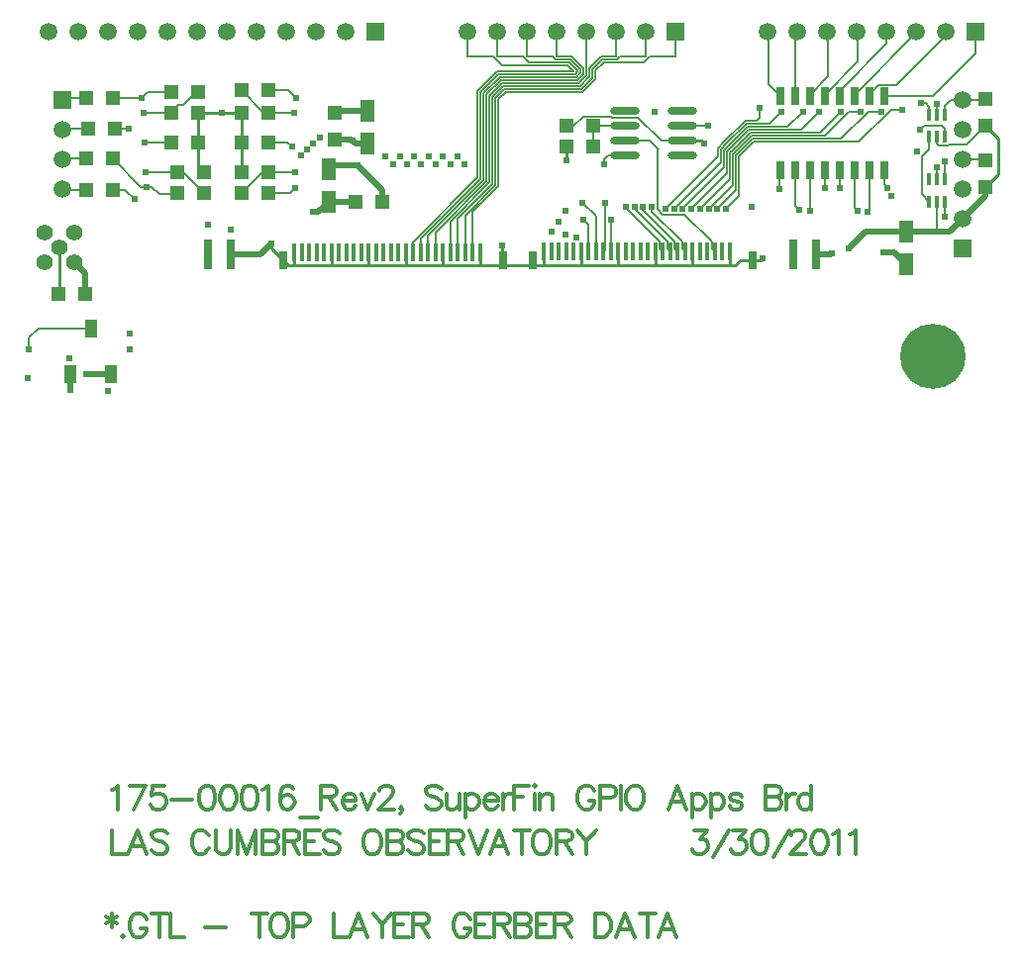
<source format=gtl>
%FSLAX23Y23*%
%MOIN*%
G70*
G01*
G75*
G04 Layer_Physical_Order=1*
G04 Layer_Color=255*
%ADD10R,0.030X0.060*%
%ADD11R,0.048X0.078*%
%ADD12R,0.050X0.050*%
%ADD13R,0.016X0.041*%
%ADD14O,0.098X0.028*%
%ADD15R,0.030X0.100*%
%ADD16R,0.014X0.060*%
%ADD17R,0.031X0.060*%
%ADD18R,0.039X0.059*%
%ADD19R,0.050X0.050*%
%ADD20C,0.005*%
%ADD21C,0.020*%
%ADD22C,0.010*%
%ADD23C,0.012*%
%ADD24C,0.012*%
%ADD25C,0.012*%
%ADD26C,0.055*%
%ADD27R,0.059X0.059*%
%ADD28C,0.059*%
%ADD29R,0.059X0.059*%
%ADD30C,0.219*%
%ADD31C,0.024*%
D10*
X24202Y16222D02*
D03*
X24152D02*
D03*
X24102D02*
D03*
X24052D02*
D03*
X24002D02*
D03*
X23952D02*
D03*
X23902D02*
D03*
X23852D02*
D03*
Y16472D02*
D03*
X23902D02*
D03*
X23952D02*
D03*
X24002D02*
D03*
X24052D02*
D03*
X24102D02*
D03*
X24152D02*
D03*
X24202D02*
D03*
D11*
X22332Y16227D02*
D03*
Y16117D02*
D03*
X22462Y16422D02*
D03*
Y16312D02*
D03*
X24277Y15907D02*
D03*
Y16017D02*
D03*
D12*
X24543Y16463D02*
D03*
Y16373D02*
D03*
X22352Y16327D02*
D03*
Y16417D02*
D03*
X24542Y16256D02*
D03*
Y16166D02*
D03*
D13*
X24406Y16336D02*
D03*
X24380D02*
D03*
X24355D02*
D03*
Y16411D02*
D03*
X24380D02*
D03*
X24406D02*
D03*
Y16118D02*
D03*
X24380D02*
D03*
X24355D02*
D03*
Y16193D02*
D03*
X24380D02*
D03*
X24406D02*
D03*
D14*
X23523Y16272D02*
D03*
Y16322D02*
D03*
Y16372D02*
D03*
Y16422D02*
D03*
X23330Y16272D02*
D03*
Y16322D02*
D03*
Y16372D02*
D03*
Y16422D02*
D03*
D15*
X23975Y15940D02*
D03*
X23896D02*
D03*
X22005Y15939D02*
D03*
X21926D02*
D03*
D16*
X22217Y15948D02*
D03*
X22242D02*
D03*
X22267D02*
D03*
X22292D02*
D03*
X22317D02*
D03*
X22342D02*
D03*
X22367D02*
D03*
X22392D02*
D03*
X22417D02*
D03*
X22442D02*
D03*
X22467D02*
D03*
X22492D02*
D03*
X22517D02*
D03*
X22542D02*
D03*
X22567D02*
D03*
X22592D02*
D03*
X22617D02*
D03*
X22642D02*
D03*
X22667D02*
D03*
X22692D02*
D03*
X22717D02*
D03*
X22742D02*
D03*
X22767D02*
D03*
X22792D02*
D03*
X22817D02*
D03*
X22842D02*
D03*
X23058Y15949D02*
D03*
X23083D02*
D03*
X23108D02*
D03*
X23133D02*
D03*
X23158D02*
D03*
X23183D02*
D03*
X23208D02*
D03*
X23233D02*
D03*
X23258D02*
D03*
X23283D02*
D03*
X23308D02*
D03*
X23333D02*
D03*
X23358D02*
D03*
X23383D02*
D03*
X23408D02*
D03*
X23433D02*
D03*
X23458D02*
D03*
X23483D02*
D03*
X23508D02*
D03*
X23533D02*
D03*
X23558D02*
D03*
X23583D02*
D03*
X23608D02*
D03*
X23633D02*
D03*
X23658D02*
D03*
X23683D02*
D03*
D17*
X22180Y15921D02*
D03*
X22920D02*
D03*
X23760D02*
D03*
X23020D02*
D03*
D18*
X21601Y15538D02*
D03*
X21532Y15691D02*
D03*
X21463Y15538D02*
D03*
D19*
X21803Y16317D02*
D03*
X21893D02*
D03*
X22130D02*
D03*
X22040D02*
D03*
X22422Y16117D02*
D03*
X22512D02*
D03*
X23222Y16372D02*
D03*
X23132D02*
D03*
Y16302D02*
D03*
X23222D02*
D03*
X21912Y16147D02*
D03*
X21822D02*
D03*
X21912Y16217D02*
D03*
X21822D02*
D03*
X21517Y16262D02*
D03*
X21607D02*
D03*
X21893Y16487D02*
D03*
X21803D02*
D03*
X21893Y16417D02*
D03*
X21803D02*
D03*
X21517Y16467D02*
D03*
X21607D02*
D03*
X22040Y16492D02*
D03*
X22130D02*
D03*
X22040Y16417D02*
D03*
X22130D02*
D03*
X21522Y16362D02*
D03*
X21612D02*
D03*
X22040Y16147D02*
D03*
X22130D02*
D03*
X22040Y16217D02*
D03*
X22130D02*
D03*
X21517Y16157D02*
D03*
X21607D02*
D03*
X21512Y15807D02*
D03*
X21422D02*
D03*
D20*
X24325Y16361D02*
X24337Y16372D01*
X24396D01*
X24406Y16363D01*
Y16336D02*
Y16363D01*
Y16193D02*
Y16255D01*
Y16068D02*
Y16118D01*
X24380Y16017D02*
Y16118D01*
X24537Y16261D02*
X24542Y16256D01*
X24466Y16261D02*
X24537D01*
X24355Y16411D02*
Y16438D01*
X24343Y16450D02*
X24355Y16438D01*
X24328Y16450D02*
X24343D01*
X24480Y16310D02*
X24543Y16373D01*
X24419Y16310D02*
X24480D01*
X24417Y16308D02*
X24419Y16310D01*
X24386Y16308D02*
X24417D01*
X24380Y16313D02*
X24386Y16308D01*
X24380Y16313D02*
Y16336D01*
X24355Y16295D02*
Y16336D01*
X24331Y16271D02*
X24355Y16295D01*
X24331Y16142D02*
Y16271D01*
Y16142D02*
X24355Y16118D01*
X24379Y16233D02*
X24380Y16232D01*
Y16193D02*
Y16232D01*
Y16411D02*
Y16447D01*
X24541Y16461D02*
X24543Y16463D01*
X24466Y16461D02*
X24541D01*
X24406Y16411D02*
Y16440D01*
X24426Y16461D01*
X24466D01*
X24202Y16176D02*
Y16222D01*
Y16176D02*
X24213Y16165D01*
X23902Y16103D02*
X23916Y16089D01*
X23261Y16243D02*
Y16258D01*
X23260Y16259D02*
X23261Y16258D01*
X23273Y16272D02*
X23330D01*
X23260Y16259D02*
X23273Y16272D01*
X23608Y16372D02*
X23609Y16373D01*
X23523Y16372D02*
X23608D01*
X23454Y16322D02*
X23523D01*
X23375Y16401D02*
X23454Y16322D01*
X23286Y16401D02*
X23375D01*
X23282Y16405D02*
X23286Y16401D01*
X23189Y16405D02*
X23282D01*
X23157Y16372D02*
X23189Y16405D01*
X23132Y16372D02*
X23157D01*
X23222Y16302D02*
Y16372D01*
X23330D01*
X23439Y16290D02*
X23443Y16293D01*
X22198Y16492D02*
X22223Y16467D01*
X22130Y16492D02*
X22198D01*
X22040D02*
X22115Y16417D01*
X22130D01*
X22131Y16418D01*
X22216D01*
X22130Y16147D02*
X22203D01*
X22221Y16165D01*
X22220Y16217D02*
X22221Y16216D01*
X22130Y16217D02*
X22220D01*
X22040Y16147D02*
X22110Y16217D01*
X22130D01*
Y16317D02*
X22194D01*
X22209Y16302D01*
X21817Y16142D02*
X21822Y16147D01*
X21764Y16142D02*
X21817D01*
X21738Y16168D02*
X21764Y16142D01*
X21720Y16168D02*
X21738D01*
X21717Y16216D02*
X21718Y16217D01*
X21822D01*
X21842D02*
X21912Y16147D01*
X21822Y16217D02*
X21842D01*
X21715Y16318D02*
X21716Y16317D01*
X21803D01*
X21722Y16487D02*
X21803D01*
X21702Y16467D02*
X21722Y16487D01*
X21710Y16417D02*
X21803D01*
X21888Y16487D02*
X21893D01*
X21843Y16442D02*
X21888Y16487D01*
X21828Y16442D02*
X21843D01*
X21803Y16417D02*
X21828Y16442D01*
X23330Y16322D02*
X23414D01*
X23443Y16293D01*
X23439Y16093D02*
Y16290D01*
Y16093D02*
X23458Y16074D01*
X23531D01*
X23622Y15983D01*
Y15960D02*
Y15983D01*
Y15960D02*
X23633Y15949D01*
X23191Y16058D02*
X23208Y16041D01*
Y15949D02*
Y16041D01*
X23188Y16114D02*
X23233Y16069D01*
Y15949D02*
Y16069D01*
X23284Y15950D02*
Y16056D01*
X23262Y15953D02*
Y16115D01*
X23522Y15960D02*
X23533Y15949D01*
X23497Y15960D02*
X23508Y15949D01*
X23472Y15960D02*
X23483Y15949D01*
X23447Y15960D02*
X23458Y15949D01*
X23333Y16097D02*
X23447Y15983D01*
X23362Y16093D02*
X23472Y15983D01*
X23391Y16089D02*
X23497Y15983D01*
X23420Y16085D02*
X23522Y15983D01*
X23420Y16085D02*
Y16100D01*
X23497Y15960D02*
Y15983D01*
X23472Y15960D02*
Y15983D01*
X23522Y15960D02*
Y15983D01*
X23391Y16089D02*
Y16100D01*
X23447Y15960D02*
Y15983D01*
X23362Y16093D02*
Y16100D01*
X23699Y16284D02*
X23756Y16340D01*
X23714Y16269D02*
X23765Y16320D01*
X23685Y16298D02*
X23748Y16360D01*
X23644Y16298D02*
X23664Y16319D01*
X23644Y16270D02*
Y16298D01*
X23467Y16093D02*
X23644Y16270D01*
X23654Y16294D02*
X23671Y16312D01*
X23654Y16251D02*
Y16294D01*
X23496Y16093D02*
X23654Y16251D01*
X23664Y16290D02*
X23678Y16305D01*
X23664Y16232D02*
Y16290D01*
X23525Y16093D02*
X23664Y16232D01*
X23674Y16286D02*
X23685Y16298D01*
X23674Y16213D02*
Y16286D01*
X23554Y16093D02*
X23674Y16213D01*
X23684Y16282D02*
X23692Y16291D01*
X23684Y16194D02*
Y16282D01*
X23583Y16093D02*
X23684Y16194D01*
X23694Y16278D02*
X23699Y16284D01*
X23694Y16175D02*
Y16278D01*
X23612Y16093D02*
X23694Y16175D01*
X23704Y16274D02*
X23706Y16276D01*
X23704Y16156D02*
Y16274D01*
X23641Y16093D02*
X23704Y16156D01*
X23714Y16137D02*
Y16269D01*
X23670Y16093D02*
X23714Y16137D01*
X23671Y16312D02*
X23740Y16380D01*
X23692Y16291D02*
X23752Y16350D01*
X23706Y16276D02*
X23760Y16330D01*
X23736Y16390D02*
X23775D01*
X23740Y16380D02*
X23817D01*
X23744Y16370D02*
X23878D01*
X23748Y16360D02*
X23923D01*
X23752Y16350D02*
X23987D01*
X23756Y16340D02*
X24004D01*
X23760Y16330D02*
X24058D01*
X23664Y16319D02*
X23736Y16390D01*
X23678Y16305D02*
X23744Y16370D01*
X24118Y16320D02*
X24226Y16428D01*
X24264D01*
X23765Y16320D02*
X24118D01*
X24058Y16330D02*
X24149Y16421D01*
X24192D01*
X24004Y16340D02*
X24085Y16421D01*
X24122D01*
X23775Y16390D02*
X23784Y16399D01*
Y16435D01*
X23817Y16380D02*
X23857Y16420D01*
X23878Y16370D02*
X23929Y16421D01*
X23923Y16360D02*
X23983Y16420D01*
X23987Y16350D02*
X24057Y16420D01*
X24147Y16084D02*
X24152Y16089D01*
Y16222D01*
X24102Y16098D02*
Y16222D01*
Y16098D02*
X24113Y16087D01*
X24053Y16163D02*
Y16221D01*
X24052Y16222D02*
X24053Y16221D01*
X24002Y16222D02*
X24005Y16219D01*
Y16165D02*
Y16219D01*
X23952Y16088D02*
Y16222D01*
X23902Y16103D02*
Y16222D01*
X23850Y16220D02*
X23852Y16222D01*
X23850Y16159D02*
Y16220D01*
X23812Y16512D02*
X23852Y16472D01*
X23902D02*
X23912Y16483D01*
X23952Y16472D02*
Y16478D01*
X24012Y16539D01*
X24002Y16472D02*
Y16478D01*
X24112Y16589D01*
X24102Y16472D02*
Y16478D01*
X24152Y16472D02*
Y16478D01*
X24183Y16510D01*
X24242D01*
X22835Y16199D02*
Y16491D01*
X22901Y16557D01*
X22642Y15948D02*
Y15992D01*
X22845Y16194D02*
Y16487D01*
X22905Y16547D01*
X23170Y16556D02*
Y16559D01*
X22667Y15948D02*
Y16003D01*
X22855Y16190D02*
Y16483D01*
X22909Y16537D01*
X23180Y16552D02*
Y16563D01*
X22865Y16186D02*
Y16479D01*
X22913Y16527D01*
X23190Y16547D02*
Y16567D01*
X22742Y15948D02*
Y16050D01*
X22875Y16182D02*
Y16475D01*
X22917Y16517D01*
X22767Y15948D02*
Y16061D01*
X22885Y16178D02*
Y16471D01*
X22921Y16507D01*
X23210Y16539D02*
Y16567D01*
X22792Y15948D02*
Y16071D01*
X22895Y16174D02*
Y16467D01*
X22925Y16497D01*
X23220Y16535D02*
Y16563D01*
X22817Y15948D02*
Y16082D01*
X22905Y16170D02*
Y16462D01*
X22930Y16487D01*
X23230Y16531D02*
Y16559D01*
X22817Y16082D02*
X22905Y16170D01*
X22792Y16071D02*
X22895Y16174D01*
X22767Y16061D02*
X22885Y16178D01*
X22742Y16050D02*
X22875Y16182D01*
X22692Y16014D02*
X22865Y16186D01*
X22667Y16003D02*
X22855Y16190D01*
X22642Y15992D02*
X22845Y16194D01*
X22617Y15948D02*
Y15981D01*
X22835Y16199D01*
X22930Y16487D02*
X23187D01*
X23230Y16531D01*
X22925Y16497D02*
X23183D01*
X23220Y16535D01*
X22921Y16507D02*
X23179D01*
X23210Y16539D01*
X22917Y16517D02*
X23175D01*
X23200Y16543D01*
X22913Y16527D02*
X23170D01*
X23190Y16547D01*
X22909Y16537D02*
X23166D01*
X23180Y16552D01*
X22905Y16547D02*
X23162D01*
X23170Y16556D01*
X22901Y16557D02*
X23158D01*
X23259Y16587D02*
X23395D01*
X23415Y16607D01*
X23230Y16559D02*
X23259Y16587D01*
X23415Y16607D02*
X23500D01*
X23220Y16563D02*
X23255Y16597D01*
X23305D01*
X23315Y16607D01*
X23400D01*
X23210Y16567D02*
X23250Y16607D01*
X23300D01*
X22916Y16577D02*
X23138D01*
X22886Y16607D02*
X22916Y16577D01*
X23138D02*
X23158Y16557D01*
X22800Y16607D02*
X22886D01*
X23006Y16587D02*
X23142D01*
X22986Y16607D02*
X23006Y16587D01*
X23142D02*
X23170Y16559D01*
X22900Y16607D02*
X22986D01*
X23146Y16597D02*
X23180Y16563D01*
X23096Y16597D02*
X23146D01*
X23086Y16607D02*
X23096Y16597D01*
X23000Y16607D02*
X23086D01*
X23150D02*
X23190Y16567D01*
X23100Y16607D02*
X23150D01*
X21607Y16467D02*
X21702D01*
X21612Y16362D02*
X21661D01*
X21661Y16363D01*
X21701Y16168D02*
X21720D01*
X21607Y16262D02*
X21701Y16168D01*
X21648Y16157D02*
X21679Y16126D01*
X21607Y16157D02*
X21648D01*
X21445Y16467D02*
X21517D01*
X21438Y16461D02*
X21445Y16467D01*
X21440Y16362D02*
X21522D01*
X21438Y16361D02*
X21440Y16362D01*
Y16262D02*
X21517D01*
X21438Y16261D02*
X21440Y16262D01*
X21442Y16157D02*
X21517D01*
X21438Y16161D02*
X21442Y16157D01*
X22800Y16607D02*
Y16690D01*
X22900Y16607D02*
Y16690D01*
X23000Y16607D02*
Y16690D01*
X23100Y16607D02*
Y16690D01*
X22692Y15948D02*
Y16014D01*
X23200Y16543D02*
Y16690D01*
X23300Y16607D02*
Y16690D01*
X23400Y16607D02*
Y16690D01*
X23500Y16607D02*
Y16690D01*
X23812Y16512D02*
Y16688D01*
X23810Y16690D02*
X23812Y16688D01*
X23902Y16472D02*
Y16682D01*
X23910Y16690D01*
X24012Y16539D02*
Y16688D01*
X24010Y16690D02*
X24012Y16688D01*
X24112Y16589D02*
Y16688D01*
X24110Y16690D02*
X24112Y16688D01*
X24052Y16472D02*
Y16491D01*
X24210Y16649D02*
Y16690D01*
X24052Y16491D02*
X24210Y16649D01*
X24102Y16478D02*
X24310Y16687D01*
Y16690D01*
X24242Y16510D02*
X24410Y16678D01*
Y16690D01*
X24202Y16472D02*
X24367D01*
X24510Y16616D02*
Y16690D01*
X24367Y16472D02*
X24510Y16616D01*
X21358Y15691D02*
X21532D01*
X21325Y15620D02*
Y15659D01*
X21358Y15691D01*
D21*
X24380Y16017D02*
X24422D01*
X24344D02*
X24380D01*
X24542Y16137D02*
Y16166D01*
X24466Y16061D02*
X24542Y16137D01*
X22352Y16327D02*
X22409D01*
X22412Y16324D01*
X22424Y16312D01*
X22462D01*
X22332Y16227D02*
X22344Y16239D01*
X22429D01*
X22512Y16156D01*
Y16117D02*
Y16156D01*
X22352Y16417D02*
X22358Y16423D01*
X22408D01*
X22409Y16422D01*
X22462D01*
X22281Y16082D02*
X22297D01*
X22332Y16117D01*
X22422D01*
X21477Y15912D02*
X21512Y15877D01*
Y15807D02*
Y15877D01*
X24201Y15947D02*
X24237D01*
X24277Y15907D01*
Y16017D02*
X24344D01*
X24141D02*
X24277D01*
X24085Y15961D02*
X24141Y16017D01*
X24024Y15940D02*
X24028Y15943D01*
X23975Y15940D02*
X24024D01*
X24422Y16017D02*
X24466Y16061D01*
X22005Y15939D02*
X22103D01*
X22140Y15976D01*
X21463Y15484D02*
Y15538D01*
X21462Y15483D02*
X21463Y15484D01*
X21519Y15538D02*
X21601D01*
X21518Y15537D02*
X21519Y15538D01*
D22*
X24543Y16373D02*
X24586Y16329D01*
Y16210D02*
Y16329D01*
X24542Y16166D02*
X24586Y16210D01*
X22842Y15903D02*
X23701D01*
X21893Y16317D02*
Y16417D01*
Y16235D02*
Y16317D01*
X22717Y15903D02*
Y15948D01*
X22842Y15903D02*
Y15948D01*
X22592Y15903D02*
Y15948D01*
X22342Y15903D02*
Y15948D01*
X22467Y15903D02*
Y15948D01*
X22717Y15903D02*
X22842D01*
X22592D02*
X22717D01*
X22467D02*
X22592D01*
X22342D02*
X22467D01*
X22217D02*
X22342D01*
X24343Y16016D02*
X24344Y16017D01*
X21422Y15807D02*
X21427Y15812D01*
Y15962D01*
X23587Y16322D02*
X23596Y16313D01*
X23523Y16322D02*
X23587D01*
X23132Y16258D02*
Y16302D01*
X22040Y16317D02*
Y16417D01*
Y16217D02*
Y16317D01*
X21893Y16235D02*
X21912Y16217D01*
X21893Y16417D02*
X21894Y16418D01*
X21973D01*
X21974Y16417D01*
X22040D01*
X23789Y15921D02*
X23795Y15927D01*
X23760Y15921D02*
X23789D01*
X22917Y15924D02*
Y15971D01*
X22005Y15905D02*
Y15939D01*
X23720Y15921D02*
X23760D01*
X23701Y15903D02*
X23720Y15921D01*
X22140Y15961D02*
Y15976D01*
X22180Y15921D02*
X22198Y15903D01*
X22140Y15961D02*
X22180Y15921D01*
X22198Y15903D02*
X22217D01*
Y15948D01*
X23058Y15904D02*
Y15949D01*
X23183Y15904D02*
Y15949D01*
X23308Y15904D02*
Y15949D01*
X23433Y15904D02*
Y15949D01*
X23558Y15904D02*
Y15949D01*
X23683Y15904D02*
Y15949D01*
D23*
X21602Y13720D02*
Y13675D01*
X21583Y13709D02*
X21621Y13686D01*
Y13709D02*
X21583Y13686D01*
X21641Y13648D02*
X21637Y13644D01*
X21641Y13640D01*
X21645Y13644D01*
X21641Y13648D01*
X21720Y13701D02*
X21716Y13709D01*
X21708Y13716D01*
X21701Y13720D01*
X21685D01*
X21678Y13716D01*
X21670Y13709D01*
X21666Y13701D01*
X21662Y13690D01*
Y13671D01*
X21666Y13659D01*
X21670Y13652D01*
X21678Y13644D01*
X21685Y13640D01*
X21701D01*
X21708Y13644D01*
X21716Y13652D01*
X21720Y13659D01*
Y13671D01*
X21701D02*
X21720D01*
X21765Y13720D02*
Y13640D01*
X21738Y13720D02*
X21791D01*
X21801D02*
Y13640D01*
X21846D01*
X21918Y13675D02*
X21987D01*
X22100Y13720D02*
Y13640D01*
X22073Y13720D02*
X22126D01*
X22159D02*
X22151Y13716D01*
X22144Y13709D01*
X22140Y13701D01*
X22136Y13690D01*
Y13671D01*
X22140Y13659D01*
X22144Y13652D01*
X22151Y13644D01*
X22159Y13640D01*
X22174D01*
X22182Y13644D01*
X22189Y13652D01*
X22193Y13659D01*
X22197Y13671D01*
Y13690D01*
X22193Y13701D01*
X22189Y13709D01*
X22182Y13716D01*
X22174Y13720D01*
X22159D01*
X22215Y13678D02*
X22250D01*
X22261Y13682D01*
X22265Y13686D01*
X22269Y13694D01*
Y13705D01*
X22265Y13713D01*
X22261Y13716D01*
X22250Y13720D01*
X22215D01*
Y13640D01*
X22350Y13720D02*
Y13640D01*
X22395D01*
X22465D02*
X22435Y13720D01*
X22404Y13640D01*
X22415Y13667D02*
X22454D01*
X22484Y13720D02*
X22514Y13682D01*
Y13640D01*
X22545Y13720D02*
X22514Y13682D01*
X22604Y13720D02*
X22555D01*
Y13640D01*
X22604D01*
X22555Y13682D02*
X22585D01*
X22618Y13720D02*
Y13640D01*
Y13720D02*
X22652D01*
X22663Y13716D01*
X22667Y13713D01*
X22671Y13705D01*
Y13697D01*
X22667Y13690D01*
X22663Y13686D01*
X22652Y13682D01*
X22618D01*
X22644D02*
X22671Y13640D01*
X22809Y13701D02*
X22805Y13709D01*
X22797Y13716D01*
X22790Y13720D01*
X22775D01*
X22767Y13716D01*
X22759Y13709D01*
X22756Y13701D01*
X22752Y13690D01*
Y13671D01*
X22756Y13659D01*
X22759Y13652D01*
X22767Y13644D01*
X22775Y13640D01*
X22790D01*
X22797Y13644D01*
X22805Y13652D01*
X22809Y13659D01*
Y13671D01*
X22790D02*
X22809D01*
X22877Y13720D02*
X22827D01*
Y13640D01*
X22877D01*
X22827Y13682D02*
X22858D01*
X22890Y13720D02*
Y13640D01*
Y13720D02*
X22924D01*
X22936Y13716D01*
X22940Y13713D01*
X22943Y13705D01*
Y13697D01*
X22940Y13690D01*
X22936Y13686D01*
X22924Y13682D01*
X22890D01*
X22917D02*
X22943Y13640D01*
X22961Y13720D02*
Y13640D01*
Y13720D02*
X22996D01*
X23007Y13716D01*
X23011Y13713D01*
X23015Y13705D01*
Y13697D01*
X23011Y13690D01*
X23007Y13686D01*
X22996Y13682D01*
X22961D02*
X22996D01*
X23007Y13678D01*
X23011Y13675D01*
X23015Y13667D01*
Y13656D01*
X23011Y13648D01*
X23007Y13644D01*
X22996Y13640D01*
X22961D01*
X23082Y13720D02*
X23032D01*
Y13640D01*
X23082D01*
X23032Y13682D02*
X23063D01*
X23095Y13720D02*
Y13640D01*
Y13720D02*
X23130D01*
X23141Y13716D01*
X23145Y13713D01*
X23149Y13705D01*
Y13697D01*
X23145Y13690D01*
X23141Y13686D01*
X23130Y13682D01*
X23095D01*
X23122D02*
X23149Y13640D01*
X23229Y13720D02*
Y13640D01*
Y13720D02*
X23256D01*
X23267Y13716D01*
X23275Y13709D01*
X23279Y13701D01*
X23283Y13690D01*
Y13671D01*
X23279Y13659D01*
X23275Y13652D01*
X23267Y13644D01*
X23256Y13640D01*
X23229D01*
X23362D02*
X23331Y13720D01*
X23301Y13640D01*
X23312Y13667D02*
X23350D01*
X23407Y13720D02*
Y13640D01*
X23380Y13720D02*
X23434D01*
X23504Y13640D02*
X23474Y13720D01*
X23443Y13640D01*
X23454Y13667D02*
X23493D01*
D24*
X21604Y14136D02*
X21612Y14139D01*
X21623Y14151D01*
Y14071D01*
X21716Y14151D02*
X21678Y14071D01*
X21663Y14151D02*
X21716D01*
X21779D02*
X21741D01*
X21738Y14117D01*
X21741Y14120D01*
X21753Y14124D01*
X21764D01*
X21776Y14120D01*
X21783Y14113D01*
X21787Y14101D01*
Y14094D01*
X21783Y14082D01*
X21776Y14075D01*
X21764Y14071D01*
X21753D01*
X21741Y14075D01*
X21738Y14079D01*
X21734Y14086D01*
X21805Y14105D02*
X21874D01*
X21920Y14151D02*
X21909Y14147D01*
X21901Y14136D01*
X21897Y14117D01*
Y14105D01*
X21901Y14086D01*
X21909Y14075D01*
X21920Y14071D01*
X21928D01*
X21939Y14075D01*
X21947Y14086D01*
X21950Y14105D01*
Y14117D01*
X21947Y14136D01*
X21939Y14147D01*
X21928Y14151D01*
X21920D01*
X21991D02*
X21980Y14147D01*
X21972Y14136D01*
X21968Y14117D01*
Y14105D01*
X21972Y14086D01*
X21980Y14075D01*
X21991Y14071D01*
X21999D01*
X22010Y14075D01*
X22018Y14086D01*
X22022Y14105D01*
Y14117D01*
X22018Y14136D01*
X22010Y14147D01*
X21999Y14151D01*
X21991D01*
X22062D02*
X22051Y14147D01*
X22043Y14136D01*
X22040Y14117D01*
Y14105D01*
X22043Y14086D01*
X22051Y14075D01*
X22062Y14071D01*
X22070D01*
X22082Y14075D01*
X22089Y14086D01*
X22093Y14105D01*
Y14117D01*
X22089Y14136D01*
X22082Y14147D01*
X22070Y14151D01*
X22062D01*
X22111Y14136D02*
X22118Y14139D01*
X22130Y14151D01*
Y14071D01*
X22215Y14139D02*
X22211Y14147D01*
X22200Y14151D01*
X22192D01*
X22181Y14147D01*
X22173Y14136D01*
X22169Y14117D01*
Y14098D01*
X22173Y14082D01*
X22181Y14075D01*
X22192Y14071D01*
X22196D01*
X22208Y14075D01*
X22215Y14082D01*
X22219Y14094D01*
Y14098D01*
X22215Y14109D01*
X22208Y14117D01*
X22196Y14120D01*
X22192D01*
X22181Y14117D01*
X22173Y14109D01*
X22169Y14098D01*
X22237Y14044D02*
X22297D01*
X22308Y14151D02*
Y14071D01*
Y14151D02*
X22342D01*
X22353Y14147D01*
X22357Y14143D01*
X22361Y14136D01*
Y14128D01*
X22357Y14120D01*
X22353Y14117D01*
X22342Y14113D01*
X22308D01*
X22334D02*
X22361Y14071D01*
X22379Y14101D02*
X22425D01*
Y14109D01*
X22421Y14117D01*
X22417Y14120D01*
X22409Y14124D01*
X22398D01*
X22390Y14120D01*
X22383Y14113D01*
X22379Y14101D01*
Y14094D01*
X22383Y14082D01*
X22390Y14075D01*
X22398Y14071D01*
X22409D01*
X22417Y14075D01*
X22425Y14082D01*
X22442Y14124D02*
X22465Y14071D01*
X22488Y14124D02*
X22465Y14071D01*
X22504Y14132D02*
Y14136D01*
X22508Y14143D01*
X22512Y14147D01*
X22520Y14151D01*
X22535D01*
X22542Y14147D01*
X22546Y14143D01*
X22550Y14136D01*
Y14128D01*
X22546Y14120D01*
X22539Y14109D01*
X22500Y14071D01*
X22554D01*
X22579Y14075D02*
X22576Y14071D01*
X22572Y14075D01*
X22576Y14079D01*
X22579Y14075D01*
Y14067D01*
X22576Y14059D01*
X22572Y14056D01*
X22713Y14139D02*
X22705Y14147D01*
X22694Y14151D01*
X22679D01*
X22667Y14147D01*
X22660Y14139D01*
Y14132D01*
X22663Y14124D01*
X22667Y14120D01*
X22675Y14117D01*
X22698Y14109D01*
X22705Y14105D01*
X22709Y14101D01*
X22713Y14094D01*
Y14082D01*
X22705Y14075D01*
X22694Y14071D01*
X22679D01*
X22667Y14075D01*
X22660Y14082D01*
X22731Y14124D02*
Y14086D01*
X22735Y14075D01*
X22742Y14071D01*
X22754D01*
X22761Y14075D01*
X22773Y14086D01*
Y14124D02*
Y14071D01*
X22794Y14124D02*
Y14044D01*
Y14113D02*
X22801Y14120D01*
X22809Y14124D01*
X22820D01*
X22828Y14120D01*
X22836Y14113D01*
X22839Y14101D01*
Y14094D01*
X22836Y14082D01*
X22828Y14075D01*
X22820Y14071D01*
X22809D01*
X22801Y14075D01*
X22794Y14082D01*
X22857Y14101D02*
X22902D01*
Y14109D01*
X22898Y14117D01*
X22895Y14120D01*
X22887Y14124D01*
X22876D01*
X22868Y14120D01*
X22860Y14113D01*
X22857Y14101D01*
Y14094D01*
X22860Y14082D01*
X22868Y14075D01*
X22876Y14071D01*
X22887D01*
X22895Y14075D01*
X22902Y14082D01*
X22919Y14124D02*
Y14071D01*
Y14101D02*
X22923Y14113D01*
X22931Y14120D01*
X22938Y14124D01*
X22950D01*
X22957Y14151D02*
Y14071D01*
Y14151D02*
X23007D01*
X22957Y14113D02*
X22988D01*
X23023Y14151D02*
X23027Y14147D01*
X23031Y14151D01*
X23027Y14155D01*
X23023Y14151D01*
X23027Y14124D02*
Y14071D01*
X23045Y14124D02*
Y14071D01*
Y14109D02*
X23057Y14120D01*
X23064Y14124D01*
X23076D01*
X23083Y14120D01*
X23087Y14109D01*
Y14071D01*
X23228Y14132D02*
X23224Y14139D01*
X23217Y14147D01*
X23209Y14151D01*
X23194D01*
X23186Y14147D01*
X23178Y14139D01*
X23175Y14132D01*
X23171Y14120D01*
Y14101D01*
X23175Y14090D01*
X23178Y14082D01*
X23186Y14075D01*
X23194Y14071D01*
X23209D01*
X23217Y14075D01*
X23224Y14082D01*
X23228Y14090D01*
Y14101D01*
X23209D02*
X23228D01*
X23246Y14109D02*
X23280D01*
X23292Y14113D01*
X23296Y14117D01*
X23300Y14124D01*
Y14136D01*
X23296Y14143D01*
X23292Y14147D01*
X23280Y14151D01*
X23246D01*
Y14071D01*
X23317Y14151D02*
Y14071D01*
X23357Y14151D02*
X23349Y14147D01*
X23342Y14139D01*
X23338Y14132D01*
X23334Y14120D01*
Y14101D01*
X23338Y14090D01*
X23342Y14082D01*
X23349Y14075D01*
X23357Y14071D01*
X23372D01*
X23380Y14075D01*
X23388Y14082D01*
X23391Y14090D01*
X23395Y14101D01*
Y14120D01*
X23391Y14132D01*
X23388Y14139D01*
X23380Y14147D01*
X23372Y14151D01*
X23357D01*
X23538Y14071D02*
X23507Y14151D01*
X23477Y14071D01*
X23488Y14098D02*
X23526D01*
X23556Y14124D02*
Y14044D01*
Y14113D02*
X23564Y14120D01*
X23571Y14124D01*
X23583D01*
X23591Y14120D01*
X23598Y14113D01*
X23602Y14101D01*
Y14094D01*
X23598Y14082D01*
X23591Y14075D01*
X23583Y14071D01*
X23571D01*
X23564Y14075D01*
X23556Y14082D01*
X23619Y14124D02*
Y14044D01*
Y14113D02*
X23627Y14120D01*
X23634Y14124D01*
X23646D01*
X23653Y14120D01*
X23661Y14113D01*
X23665Y14101D01*
Y14094D01*
X23661Y14082D01*
X23653Y14075D01*
X23646Y14071D01*
X23634D01*
X23627Y14075D01*
X23619Y14082D01*
X23724Y14113D02*
X23720Y14120D01*
X23709Y14124D01*
X23697D01*
X23686Y14120D01*
X23682Y14113D01*
X23686Y14105D01*
X23693Y14101D01*
X23712Y14098D01*
X23720Y14094D01*
X23724Y14086D01*
Y14082D01*
X23720Y14075D01*
X23709Y14071D01*
X23697D01*
X23686Y14075D01*
X23682Y14082D01*
X23803Y14151D02*
Y14071D01*
Y14151D02*
X23838D01*
X23849Y14147D01*
X23853Y14143D01*
X23857Y14136D01*
Y14128D01*
X23853Y14120D01*
X23849Y14117D01*
X23838Y14113D01*
X23803D02*
X23838D01*
X23849Y14109D01*
X23853Y14105D01*
X23857Y14098D01*
Y14086D01*
X23853Y14079D01*
X23849Y14075D01*
X23838Y14071D01*
X23803D01*
X23875Y14124D02*
Y14071D01*
Y14101D02*
X23878Y14113D01*
X23886Y14120D01*
X23894Y14124D01*
X23905D01*
X23958Y14151D02*
Y14071D01*
Y14113D02*
X23950Y14120D01*
X23943Y14124D01*
X23931D01*
X23924Y14120D01*
X23916Y14113D01*
X23912Y14101D01*
Y14094D01*
X23916Y14082D01*
X23924Y14075D01*
X23931Y14071D01*
X23943D01*
X23950Y14075D01*
X23958Y14082D01*
D25*
X21604Y14001D02*
Y13921D01*
X21650D01*
X21719D02*
X21689Y14001D01*
X21658Y13921D01*
X21670Y13948D02*
X21708D01*
X21791Y13989D02*
X21784Y13997D01*
X21772Y14001D01*
X21757D01*
X21746Y13997D01*
X21738Y13989D01*
Y13982D01*
X21742Y13974D01*
X21746Y13970D01*
X21753Y13967D01*
X21776Y13959D01*
X21784Y13955D01*
X21787Y13951D01*
X21791Y13944D01*
Y13932D01*
X21784Y13925D01*
X21772Y13921D01*
X21757D01*
X21746Y13925D01*
X21738Y13932D01*
X21929Y13982D02*
X21925Y13989D01*
X21918Y13997D01*
X21910Y14001D01*
X21895D01*
X21887Y13997D01*
X21880Y13989D01*
X21876Y13982D01*
X21872Y13970D01*
Y13951D01*
X21876Y13940D01*
X21880Y13932D01*
X21887Y13925D01*
X21895Y13921D01*
X21910D01*
X21918Y13925D01*
X21925Y13932D01*
X21929Y13940D01*
X21952Y14001D02*
Y13944D01*
X21955Y13932D01*
X21963Y13925D01*
X21974Y13921D01*
X21982D01*
X21994Y13925D01*
X22001Y13932D01*
X22005Y13944D01*
Y14001D01*
X22027D02*
Y13921D01*
Y14001D02*
X22058Y13921D01*
X22088Y14001D02*
X22058Y13921D01*
X22088Y14001D02*
Y13921D01*
X22111Y14001D02*
Y13921D01*
Y14001D02*
X22145D01*
X22157Y13997D01*
X22160Y13993D01*
X22164Y13986D01*
Y13978D01*
X22160Y13970D01*
X22157Y13967D01*
X22145Y13963D01*
X22111D02*
X22145D01*
X22157Y13959D01*
X22160Y13955D01*
X22164Y13948D01*
Y13936D01*
X22160Y13928D01*
X22157Y13925D01*
X22145Y13921D01*
X22111D01*
X22182Y14001D02*
Y13921D01*
Y14001D02*
X22216D01*
X22228Y13997D01*
X22232Y13993D01*
X22235Y13986D01*
Y13978D01*
X22232Y13970D01*
X22228Y13967D01*
X22216Y13963D01*
X22182D01*
X22209D02*
X22235Y13921D01*
X22303Y14001D02*
X22253D01*
Y13921D01*
X22303D01*
X22253Y13963D02*
X22284D01*
X22369Y13989D02*
X22362Y13997D01*
X22350Y14001D01*
X22335D01*
X22324Y13997D01*
X22316Y13989D01*
Y13982D01*
X22320Y13974D01*
X22324Y13970D01*
X22331Y13967D01*
X22354Y13959D01*
X22362Y13955D01*
X22366Y13951D01*
X22369Y13944D01*
Y13932D01*
X22362Y13925D01*
X22350Y13921D01*
X22335D01*
X22324Y13925D01*
X22316Y13932D01*
X22473Y14001D02*
X22465Y13997D01*
X22458Y13989D01*
X22454Y13982D01*
X22450Y13970D01*
Y13951D01*
X22454Y13940D01*
X22458Y13932D01*
X22465Y13925D01*
X22473Y13921D01*
X22488D01*
X22496Y13925D01*
X22504Y13932D01*
X22507Y13940D01*
X22511Y13951D01*
Y13970D01*
X22507Y13982D01*
X22504Y13989D01*
X22496Y13997D01*
X22488Y14001D01*
X22473D01*
X22530D02*
Y13921D01*
Y14001D02*
X22564D01*
X22576Y13997D01*
X22579Y13993D01*
X22583Y13986D01*
Y13978D01*
X22579Y13970D01*
X22576Y13967D01*
X22564Y13963D01*
X22530D02*
X22564D01*
X22576Y13959D01*
X22579Y13955D01*
X22583Y13948D01*
Y13936D01*
X22579Y13928D01*
X22576Y13925D01*
X22564Y13921D01*
X22530D01*
X22654Y13989D02*
X22647Y13997D01*
X22635Y14001D01*
X22620D01*
X22609Y13997D01*
X22601Y13989D01*
Y13982D01*
X22605Y13974D01*
X22609Y13970D01*
X22616Y13967D01*
X22639Y13959D01*
X22647Y13955D01*
X22651Y13951D01*
X22654Y13944D01*
Y13932D01*
X22647Y13925D01*
X22635Y13921D01*
X22620D01*
X22609Y13925D01*
X22601Y13932D01*
X22722Y14001D02*
X22672D01*
Y13921D01*
X22722D01*
X22672Y13963D02*
X22703D01*
X22735Y14001D02*
Y13921D01*
Y14001D02*
X22769D01*
X22781Y13997D01*
X22785Y13993D01*
X22788Y13986D01*
Y13978D01*
X22785Y13970D01*
X22781Y13967D01*
X22769Y13963D01*
X22735D01*
X22762D02*
X22788Y13921D01*
X22806Y14001D02*
X22837Y13921D01*
X22867Y14001D02*
X22837Y13921D01*
X22938D02*
X22908Y14001D01*
X22878Y13921D01*
X22889Y13948D02*
X22927D01*
X22984Y14001D02*
Y13921D01*
X22957Y14001D02*
X23010D01*
X23043D02*
X23035Y13997D01*
X23028Y13989D01*
X23024Y13982D01*
X23020Y13970D01*
Y13951D01*
X23024Y13940D01*
X23028Y13932D01*
X23035Y13925D01*
X23043Y13921D01*
X23058D01*
X23066Y13925D01*
X23073Y13932D01*
X23077Y13940D01*
X23081Y13951D01*
Y13970D01*
X23077Y13982D01*
X23073Y13989D01*
X23066Y13997D01*
X23058Y14001D01*
X23043D01*
X23100D02*
Y13921D01*
Y14001D02*
X23134D01*
X23145Y13997D01*
X23149Y13993D01*
X23153Y13986D01*
Y13978D01*
X23149Y13970D01*
X23145Y13967D01*
X23134Y13963D01*
X23100D01*
X23126D02*
X23153Y13921D01*
X23171Y14001D02*
X23201Y13963D01*
Y13921D01*
X23232Y14001D02*
X23201Y13963D01*
X23564Y14001D02*
X23606D01*
X23583Y13970D01*
X23594D01*
X23602Y13967D01*
X23606Y13963D01*
X23610Y13951D01*
Y13944D01*
X23606Y13932D01*
X23598Y13925D01*
X23587Y13921D01*
X23575D01*
X23564Y13925D01*
X23560Y13928D01*
X23556Y13936D01*
X23627Y13909D02*
X23681Y14001D01*
X23694D02*
X23736D01*
X23713Y13970D01*
X23724D01*
X23732Y13967D01*
X23736Y13963D01*
X23739Y13951D01*
Y13944D01*
X23736Y13932D01*
X23728Y13925D01*
X23717Y13921D01*
X23705D01*
X23694Y13925D01*
X23690Y13928D01*
X23686Y13936D01*
X23780Y14001D02*
X23769Y13997D01*
X23761Y13986D01*
X23757Y13967D01*
Y13955D01*
X23761Y13936D01*
X23769Y13925D01*
X23780Y13921D01*
X23788D01*
X23799Y13925D01*
X23807Y13936D01*
X23811Y13955D01*
Y13967D01*
X23807Y13986D01*
X23799Y13997D01*
X23788Y14001D01*
X23780D01*
X23829Y13909D02*
X23882Y14001D01*
X23891Y13982D02*
Y13986D01*
X23895Y13993D01*
X23899Y13997D01*
X23906Y14001D01*
X23922D01*
X23929Y13997D01*
X23933Y13993D01*
X23937Y13986D01*
Y13978D01*
X23933Y13970D01*
X23925Y13959D01*
X23887Y13921D01*
X23941D01*
X23981Y14001D02*
X23970Y13997D01*
X23962Y13986D01*
X23958Y13967D01*
Y13955D01*
X23962Y13936D01*
X23970Y13925D01*
X23981Y13921D01*
X23989D01*
X24000Y13925D01*
X24008Y13936D01*
X24012Y13955D01*
Y13967D01*
X24008Y13986D01*
X24000Y13997D01*
X23989Y14001D01*
X23981D01*
X24030Y13986D02*
X24037Y13989D01*
X24049Y14001D01*
Y13921D01*
X24088Y13986D02*
X24096Y13989D01*
X24107Y14001D01*
Y13921D01*
D26*
X21427Y15962D02*
D03*
X21377Y15912D02*
D03*
Y16012D02*
D03*
X21477D02*
D03*
Y15912D02*
D03*
D27*
X23500Y16690D02*
D03*
X22491Y16690D02*
D03*
X24510Y16690D02*
D03*
D28*
X23400D02*
D03*
X23300D02*
D03*
X23200D02*
D03*
X23100D02*
D03*
X23000D02*
D03*
X22900D02*
D03*
X22800D02*
D03*
X24466Y16461D02*
D03*
Y16361D02*
D03*
Y16261D02*
D03*
Y16161D02*
D03*
Y16061D02*
D03*
X21438Y16361D02*
D03*
Y16261D02*
D03*
Y16161D02*
D03*
X21391Y16690D02*
D03*
X21491D02*
D03*
X21591D02*
D03*
X21691D02*
D03*
X21791D02*
D03*
X21891D02*
D03*
X21991D02*
D03*
X22091D02*
D03*
X22191D02*
D03*
X22291D02*
D03*
X22391D02*
D03*
X24410Y16690D02*
D03*
X24310D02*
D03*
X24210D02*
D03*
X24110D02*
D03*
X24010D02*
D03*
X23910D02*
D03*
X23810D02*
D03*
D29*
X24466Y15961D02*
D03*
X21438Y16461D02*
D03*
D30*
X24367Y15596D02*
D03*
D31*
X24325Y16361D02*
D03*
X24406Y16255D02*
D03*
X24227Y16137D02*
D03*
X24406Y16068D02*
D03*
X24328Y16450D02*
D03*
X24379Y16233D02*
D03*
X24380Y16447D02*
D03*
X23916Y16089D02*
D03*
X23261Y16243D02*
D03*
X23131Y16006D02*
D03*
X22412Y16324D02*
D03*
X22429Y16239D02*
D03*
X22408Y16423D02*
D03*
X22281Y16082D02*
D03*
X24201Y15947D02*
D03*
X24085Y15961D02*
D03*
X23757Y16101D02*
D03*
X23131Y16087D02*
D03*
X21926Y16039D02*
D03*
X22004Y16022D02*
D03*
X23596Y16313D02*
D03*
X23132Y16258D02*
D03*
X23431Y16421D02*
D03*
X23609Y16373D02*
D03*
X22223Y16467D02*
D03*
X22216Y16418D02*
D03*
X22221Y16165D02*
D03*
Y16216D02*
D03*
X21973Y16418D02*
D03*
X22209Y16302D02*
D03*
X21720Y16168D02*
D03*
X21717Y16216D02*
D03*
X21715Y16318D02*
D03*
X21702Y16467D02*
D03*
X21710Y16417D02*
D03*
X22140Y15976D02*
D03*
X24028Y15943D02*
D03*
X23795Y15927D02*
D03*
X22917Y15971D02*
D03*
X23167Y15998D02*
D03*
X23191Y16058D02*
D03*
X23188Y16114D02*
D03*
X23082Y16016D02*
D03*
X23108Y16051D02*
D03*
X23284Y16056D02*
D03*
X23262Y16115D02*
D03*
X22240Y16272D02*
D03*
X22261Y16292D02*
D03*
X22281Y16313D02*
D03*
X22302Y16333D02*
D03*
X22790Y16245D02*
D03*
X22573Y16269D02*
D03*
X22525D02*
D03*
X23420Y16100D02*
D03*
X23391D02*
D03*
X23362D02*
D03*
X23333D02*
D03*
X23670Y16093D02*
D03*
X23641D02*
D03*
X23612D02*
D03*
X23467D02*
D03*
X23496D02*
D03*
X23525D02*
D03*
X23554D02*
D03*
X23583D02*
D03*
X24213Y16165D02*
D03*
X24147Y16084D02*
D03*
X24113Y16087D02*
D03*
X24053Y16163D02*
D03*
X24005Y16165D02*
D03*
X23952Y16088D02*
D03*
X23850Y16159D02*
D03*
X23784Y16435D02*
D03*
X23857Y16420D02*
D03*
X23929Y16421D02*
D03*
X23983Y16420D02*
D03*
X24057D02*
D03*
X24122Y16421D02*
D03*
X24192D02*
D03*
X24313Y16286D02*
D03*
X24264Y16428D02*
D03*
X21661Y16363D02*
D03*
X21679Y16126D02*
D03*
X22766Y16269D02*
D03*
X22670D02*
D03*
X22621D02*
D03*
X22549Y16245D02*
D03*
X22597D02*
D03*
X22645D02*
D03*
X22742D02*
D03*
X22694D02*
D03*
X22718Y16269D02*
D03*
X21663Y15673D02*
D03*
Y15621D02*
D03*
X21461Y15591D02*
D03*
X21321Y15524D02*
D03*
X21325Y15620D02*
D03*
X21462Y15483D02*
D03*
X21518Y15537D02*
D03*
X21589Y15481D02*
D03*
M02*

</source>
